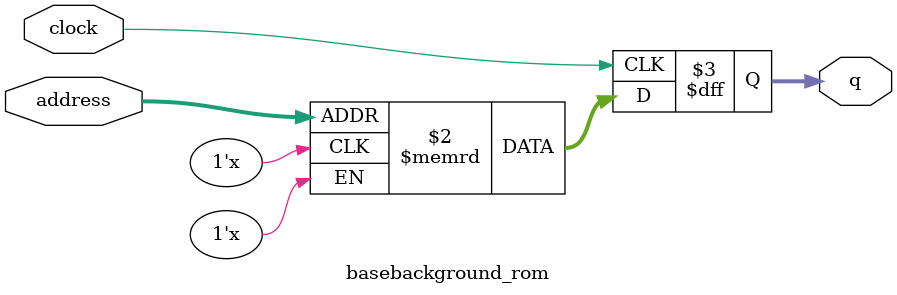
<source format=sv>
module basebackground_rom (
	input logic clock,
	input logic [14:0] address,
	output logic [1:0] q
);

logic [1:0] memory [0:19199] /* synthesis ram_init_file = "./basebackground/basebackground.mif" */;

always_ff @ (posedge clock) begin
	q <= memory[address];
end

endmodule

</source>
